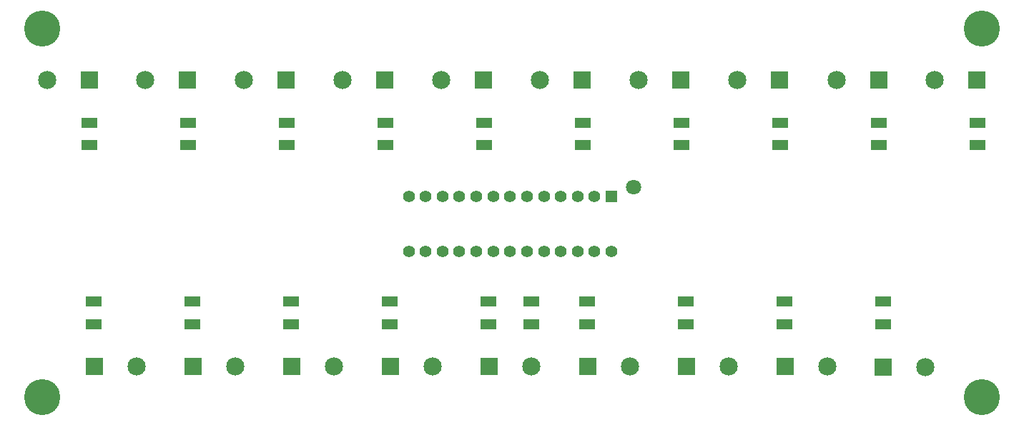
<source format=gts>
G04*
G04 #@! TF.GenerationSoftware,Altium Limited,Altium Designer,20.1.14 (287)*
G04*
G04 Layer_Color=8388736*
%FSLAX25Y25*%
%MOIN*%
G70*
G04*
G04 #@! TF.SameCoordinates,283F559E-812C-43F7-8757-F5CE0260A4F6*
G04*
G04*
G04 #@! TF.FilePolarity,Negative*
G04*
G01*
G75*
%ADD14R,0.07208X0.04688*%
%ADD15C,0.07099*%
%ADD16R,0.05524X0.05524*%
%ADD17C,0.05524*%
%ADD18C,0.08477*%
%ADD19R,0.08477X0.08477*%
%ADD20C,0.16800*%
D14*
X172000Y129528D02*
D03*
Y140000D02*
D03*
X356000Y129528D02*
D03*
Y140000D02*
D03*
X36000Y56472D02*
D03*
Y46000D02*
D03*
X220000Y56472D02*
D03*
Y46000D02*
D03*
X404000Y56472D02*
D03*
Y46000D02*
D03*
X34000Y140000D02*
D03*
Y129528D02*
D03*
X80000D02*
D03*
Y140000D02*
D03*
X126000Y129528D02*
D03*
Y140000D02*
D03*
X218000Y129528D02*
D03*
Y140000D02*
D03*
X264000Y129528D02*
D03*
Y140000D02*
D03*
X448000Y129528D02*
D03*
Y140000D02*
D03*
X128000Y56472D02*
D03*
Y46000D02*
D03*
X174000Y56472D02*
D03*
Y46000D02*
D03*
X240000Y56472D02*
D03*
Y46000D02*
D03*
X266000Y56472D02*
D03*
Y46000D02*
D03*
X312000Y56472D02*
D03*
Y46000D02*
D03*
X358000Y56472D02*
D03*
Y46000D02*
D03*
X402000Y129528D02*
D03*
Y140000D02*
D03*
X310000Y129528D02*
D03*
Y140000D02*
D03*
X82000Y56472D02*
D03*
Y46000D02*
D03*
D15*
X287677Y109921D02*
D03*
D16*
X277244Y105591D02*
D03*
D17*
X269370D02*
D03*
X261496D02*
D03*
X253622D02*
D03*
X245748D02*
D03*
X237874D02*
D03*
X230000D02*
D03*
X222126D02*
D03*
X214252D02*
D03*
X206378D02*
D03*
X198504D02*
D03*
X190630D02*
D03*
X182756D02*
D03*
X277244Y80000D02*
D03*
X269370D02*
D03*
X261496D02*
D03*
X253622D02*
D03*
X245748D02*
D03*
X237874D02*
D03*
X230000D02*
D03*
X222126D02*
D03*
X214252D02*
D03*
X206378D02*
D03*
X198504D02*
D03*
X190630D02*
D03*
X182756D02*
D03*
D18*
X423685Y26000D02*
D03*
X377842Y26228D02*
D03*
X331842D02*
D03*
X285842D02*
D03*
X239843D02*
D03*
X193842D02*
D03*
X147843D02*
D03*
X101842D02*
D03*
X55843D02*
D03*
X14157Y159772D02*
D03*
X60000Y160000D02*
D03*
X106000D02*
D03*
X152000D02*
D03*
X198000D02*
D03*
X244000D02*
D03*
X290000D02*
D03*
X336000D02*
D03*
X382157Y159772D02*
D03*
X428000Y160000D02*
D03*
D19*
X404000Y26000D02*
D03*
X358157Y26228D02*
D03*
X312158D02*
D03*
X266158D02*
D03*
X220158D02*
D03*
X174158D02*
D03*
X128157D02*
D03*
X82157D02*
D03*
X36158D02*
D03*
X33843Y159772D02*
D03*
X79685Y160000D02*
D03*
X125685D02*
D03*
X171685D02*
D03*
X217685D02*
D03*
X263685D02*
D03*
X309685D02*
D03*
X355685D02*
D03*
X401842Y159772D02*
D03*
X447685Y160000D02*
D03*
D20*
X12000Y184000D02*
D03*
X450000D02*
D03*
X12000Y12000D02*
D03*
X450000D02*
D03*
M02*

</source>
